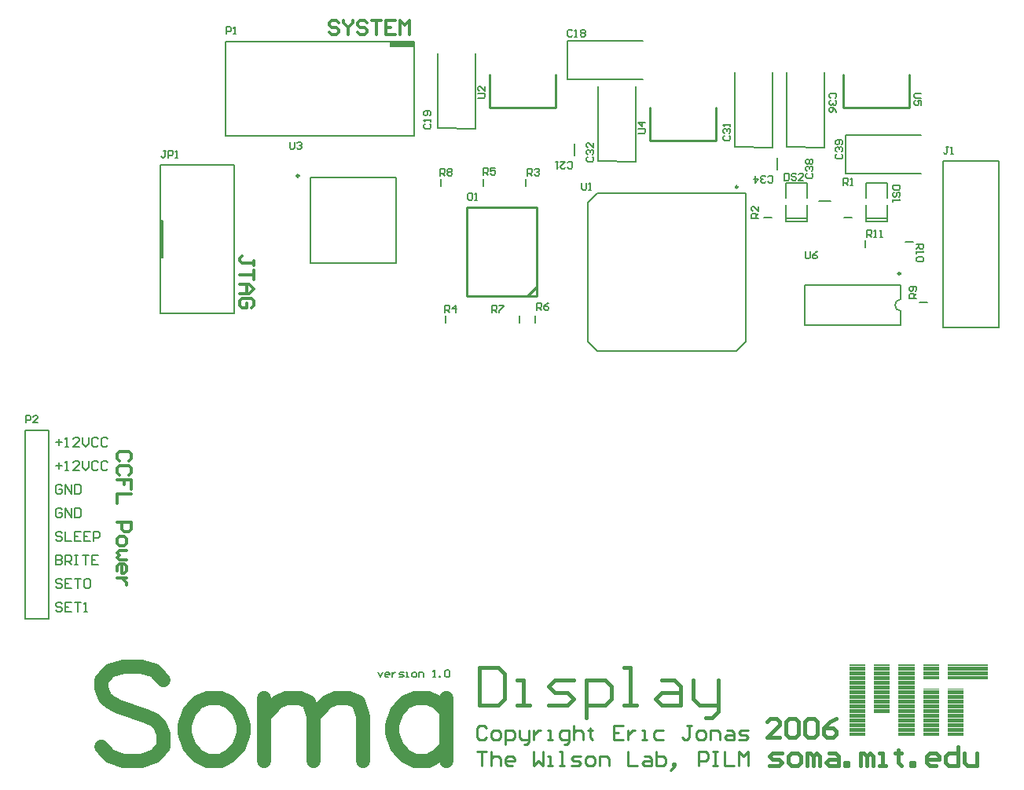
<source format=gto>
%FSLAX24Y24*%
%MOIN*%
G70*
G01*
G75*
G04 Layer_Color=65535*
%ADD10R,0.0394X0.0433*%
%ADD11C,0.0177*%
%ADD12R,0.0748X0.0197*%
%ADD13R,0.0197X0.0748*%
%ADD14R,0.0177X0.0669*%
%ADD15R,0.0177X0.0669*%
%ADD16R,0.0500X0.1449*%
%ADD17R,0.0787X0.0551*%
%ADD18R,0.1083X0.0394*%
%ADD19R,0.0945X0.0354*%
%ADD20R,0.0433X0.0394*%
%ADD21R,0.1024X0.0945*%
%ADD22R,0.0630X0.0709*%
%ADD23R,0.0945X0.1024*%
%ADD24R,0.1000X0.1400*%
%ADD25R,0.0300X0.0600*%
%ADD26R,0.0709X0.0630*%
%ADD27R,0.0630X0.0512*%
%ADD28C,0.0060*%
%ADD29C,0.0120*%
%ADD30C,0.0100*%
%ADD31C,0.0200*%
%ADD32C,0.0110*%
%ADD33C,0.0160*%
%ADD34C,0.0300*%
%ADD35R,0.0591X0.0591*%
%ADD36C,0.0591*%
%ADD37C,0.1339*%
%ADD38C,0.1339*%
%ADD39C,0.0433*%
%ADD40C,0.0669*%
%ADD41C,0.0200*%
%ADD42C,0.0400*%
%ADD43R,0.0276X0.0354*%
%ADD44R,0.0354X0.0276*%
%ADD45R,0.0276X0.0787*%
%ADD46R,0.0512X0.1339*%
%ADD47C,0.0098*%
%ADD48C,0.0079*%
%ADD49C,0.0080*%
%ADD50C,0.0070*%
%ADD51C,0.0040*%
%ADD52C,0.0600*%
%ADD53C,0.0150*%
%ADD54R,0.0098X0.1575*%
D29*
X24800Y49700D02*
Y49900D01*
Y49800D01*
X24300D01*
X24200Y49900D01*
Y50000D01*
X24300Y50100D01*
X24800Y49500D02*
Y49100D01*
Y49300D01*
X24200D01*
Y48900D02*
X24600D01*
X24800Y48700D01*
X24600Y48501D01*
X24200D01*
X24500D01*
Y48900D01*
X24700Y47901D02*
X24800Y48001D01*
Y48201D01*
X24700Y48301D01*
X24300D01*
X24200Y48201D01*
Y48001D01*
X24300Y47901D01*
X24500D01*
Y48101D01*
X28400Y60000D02*
X28300Y60100D01*
X28100D01*
X28000Y60000D01*
Y59900D01*
X28100Y59800D01*
X28300D01*
X28400Y59700D01*
Y59600D01*
X28300Y59500D01*
X28100D01*
X28000Y59600D01*
X28600Y60100D02*
Y60000D01*
X28800Y59800D01*
X29000Y60000D01*
Y60100D01*
X28800Y59800D02*
Y59500D01*
X29599Y60000D02*
X29500Y60100D01*
X29300D01*
X29200Y60000D01*
Y59900D01*
X29300Y59800D01*
X29500D01*
X29599Y59700D01*
Y59600D01*
X29500Y59500D01*
X29300D01*
X29200Y59600D01*
X29799Y60100D02*
X30199D01*
X29999D01*
Y59500D01*
X30799Y60100D02*
X30399D01*
Y59500D01*
X30799D01*
X30399Y59800D02*
X30599D01*
X30999Y59500D02*
Y60100D01*
X31199Y59900D01*
X31399Y60100D01*
Y59500D01*
X19500Y41400D02*
X19600Y41500D01*
Y41700D01*
X19500Y41800D01*
X19100D01*
X19000Y41700D01*
Y41500D01*
X19100Y41400D01*
X19500Y40800D02*
X19600Y40900D01*
Y41100D01*
X19500Y41200D01*
X19100D01*
X19000Y41100D01*
Y40900D01*
X19100Y40800D01*
X19600Y40201D02*
Y40600D01*
X19300D01*
Y40400D01*
Y40600D01*
X19000D01*
X19600Y40001D02*
X19000D01*
Y39601D01*
Y38801D02*
X19600D01*
Y38501D01*
X19500Y38401D01*
X19300D01*
X19200Y38501D01*
Y38801D01*
X19000Y38101D02*
Y37901D01*
X19100Y37801D01*
X19300D01*
X19400Y37901D01*
Y38101D01*
X19300Y38201D01*
X19100D01*
X19000Y38101D01*
X19400Y37601D02*
X19100D01*
X19000Y37501D01*
X19100Y37401D01*
X19000Y37301D01*
X19100Y37201D01*
X19400D01*
X19000Y36702D02*
Y36902D01*
X19100Y37002D01*
X19300D01*
X19400Y36902D01*
Y36702D01*
X19300Y36602D01*
X19200D01*
Y37002D01*
X19400Y36402D02*
X19000D01*
X19200D01*
X19300Y36302D01*
X19400Y36202D01*
Y36102D01*
D30*
X33841Y48397D02*
X36794D01*
Y52137D01*
X33841D02*
X36794D01*
X33841Y48397D02*
Y52137D01*
X36400Y48397D02*
X36794Y48791D01*
X41600Y55000D02*
Y56400D01*
X44400Y55000D02*
Y56400D01*
X41600Y55000D02*
X44400D01*
X49800Y56400D02*
Y57800D01*
X52600Y56400D02*
Y57800D01*
X49800Y56400D02*
X52600D01*
X34800D02*
X37600D01*
Y57800D01*
X34800Y56400D02*
Y57800D01*
X34655Y30049D02*
X34555Y30149D01*
X34355D01*
X34255Y30049D01*
Y29649D01*
X34355Y29549D01*
X34555D01*
X34655Y29649D01*
X34955Y29549D02*
X35155D01*
X35255Y29649D01*
Y29849D01*
X35155Y29949D01*
X34955D01*
X34855Y29849D01*
Y29649D01*
X34955Y29549D01*
X35454Y29350D02*
Y29949D01*
X35754D01*
X35854Y29849D01*
Y29649D01*
X35754Y29549D01*
X35454D01*
X36054Y29949D02*
Y29649D01*
X36154Y29549D01*
X36454D01*
Y29450D01*
X36354Y29350D01*
X36254D01*
X36454Y29549D02*
Y29949D01*
X36654D02*
Y29549D01*
Y29749D01*
X36754Y29849D01*
X36854Y29949D01*
X36954D01*
X37254Y29549D02*
X37454D01*
X37354D01*
Y29949D01*
X37254D01*
X37954Y29350D02*
X38054D01*
X38154Y29450D01*
Y29949D01*
X37854D01*
X37754Y29849D01*
Y29649D01*
X37854Y29549D01*
X38154D01*
X38354Y30149D02*
Y29549D01*
Y29849D01*
X38454Y29949D01*
X38653D01*
X38753Y29849D01*
Y29549D01*
X39053Y30049D02*
Y29949D01*
X38953D01*
X39153D01*
X39053D01*
Y29649D01*
X39153Y29549D01*
X40453Y30149D02*
X40053D01*
Y29549D01*
X40453D01*
X40053Y29849D02*
X40253D01*
X40653Y29949D02*
Y29549D01*
Y29749D01*
X40753Y29849D01*
X40853Y29949D01*
X40953D01*
X41253Y29549D02*
X41453D01*
X41353D01*
Y29949D01*
X41253D01*
X42152D02*
X41852D01*
X41752Y29849D01*
Y29649D01*
X41852Y29549D01*
X42152D01*
X43352Y30149D02*
X43152D01*
X43252D01*
Y29649D01*
X43152Y29549D01*
X43052D01*
X42952Y29649D01*
X43652Y29549D02*
X43852D01*
X43952Y29649D01*
Y29849D01*
X43852Y29949D01*
X43652D01*
X43552Y29849D01*
Y29649D01*
X43652Y29549D01*
X44152D02*
Y29949D01*
X44452D01*
X44552Y29849D01*
Y29549D01*
X44851Y29949D02*
X45051D01*
X45151Y29849D01*
Y29549D01*
X44851D01*
X44751Y29649D01*
X44851Y29749D01*
X45151D01*
X45351Y29549D02*
X45651D01*
X45751Y29649D01*
X45651Y29749D01*
X45451D01*
X45351Y29849D01*
X45451Y29949D01*
X45751D01*
X34255Y29067D02*
X34655D01*
X34455D01*
Y28467D01*
X34855Y29067D02*
Y28467D01*
Y28767D01*
X34955Y28867D01*
X35155D01*
X35255Y28767D01*
Y28467D01*
X35754D02*
X35554D01*
X35454Y28567D01*
Y28767D01*
X35554Y28867D01*
X35754D01*
X35854Y28767D01*
Y28667D01*
X35454D01*
X36654Y29067D02*
Y28467D01*
X36854Y28667D01*
X37054Y28467D01*
Y29067D01*
X37254Y28467D02*
X37454D01*
X37354D01*
Y28867D01*
X37254D01*
X37754Y28467D02*
X37954D01*
X37854D01*
Y29067D01*
X37754D01*
X38254Y28467D02*
X38553D01*
X38653Y28567D01*
X38553Y28667D01*
X38354D01*
X38254Y28767D01*
X38354Y28867D01*
X38653D01*
X38953Y28467D02*
X39153D01*
X39253Y28567D01*
Y28767D01*
X39153Y28867D01*
X38953D01*
X38853Y28767D01*
Y28567D01*
X38953Y28467D01*
X39453D02*
Y28867D01*
X39753D01*
X39853Y28767D01*
Y28467D01*
X40653Y29067D02*
Y28467D01*
X41053D01*
X41353Y28867D02*
X41553D01*
X41652Y28767D01*
Y28467D01*
X41353D01*
X41253Y28567D01*
X41353Y28667D01*
X41652D01*
X41852Y29067D02*
Y28467D01*
X42152D01*
X42252Y28567D01*
Y28667D01*
Y28767D01*
X42152Y28867D01*
X41852D01*
X42552Y28367D02*
X42652Y28467D01*
Y28567D01*
X42552D01*
Y28467D01*
X42652D01*
X42552Y28367D01*
X42452Y28267D01*
X43652Y28467D02*
Y29067D01*
X43952D01*
X44052Y28967D01*
Y28767D01*
X43952Y28667D01*
X43652D01*
X44252Y29067D02*
X44452D01*
X44352D01*
Y28467D01*
X44252D01*
X44452D01*
X44751Y29067D02*
Y28467D01*
X45151D01*
X45351D02*
Y29067D01*
X45551Y28867D01*
X45751Y29067D01*
Y28467D01*
D33*
X34353Y32625D02*
Y31026D01*
X35153D01*
X35420Y31292D01*
Y32359D01*
X35153Y32625D01*
X34353D01*
X35953Y31026D02*
X36486D01*
X36219D01*
Y32092D01*
X35953D01*
X37286Y31026D02*
X38085D01*
X38352Y31292D01*
X38085Y31559D01*
X37552D01*
X37286Y31826D01*
X37552Y32092D01*
X38352D01*
X38885Y30493D02*
Y32092D01*
X39685D01*
X39952Y31826D01*
Y31292D01*
X39685Y31026D01*
X38885D01*
X40485D02*
X41018D01*
X40751D01*
Y32625D01*
X40485D01*
X42084Y32092D02*
X42617D01*
X42884Y31826D01*
Y31026D01*
X42084D01*
X41818Y31292D01*
X42084Y31559D01*
X42884D01*
X43417Y32092D02*
Y31292D01*
X43684Y31026D01*
X44483D01*
Y30759D01*
X44217Y30493D01*
X43950D01*
X44483Y31026D02*
Y32092D01*
D47*
X26707Y53490D02*
G03*
X26707Y53490I-49J0D01*
G01*
X52218Y49339D02*
G03*
X52218Y49339I-49J0D01*
G01*
X45325Y53012D02*
G03*
X45325Y53012I-49J0D01*
G01*
D48*
X52237Y48250D02*
G03*
X52237Y47750I0J-250D01*
G01*
X46443Y51731D02*
X46757D01*
X49843D02*
X50157D01*
X27189Y49789D02*
X30811D01*
X27189Y53411D02*
X30811D01*
X27189Y49789D02*
Y53411D01*
X30811Y49789D02*
Y53411D01*
X52237Y48250D02*
Y48846D01*
Y47154D02*
Y47750D01*
X48163Y47154D02*
Y48846D01*
X52237D01*
X48163Y47154D02*
X52237D01*
X39370Y52756D02*
X45669D01*
X38976Y46457D02*
Y52362D01*
X39370Y46063D02*
X45276D01*
X45669Y46457D02*
Y52756D01*
X38976Y52362D02*
X39370Y52756D01*
X38976Y46457D02*
X39370Y46063D01*
X45276D02*
X45669Y46457D01*
X15100Y34700D02*
X16100D01*
X15100D02*
Y42700D01*
X16100D01*
Y34700D02*
Y42700D01*
X53043Y48131D02*
X53357D01*
X52443Y50669D02*
X52757D01*
X50731Y50443D02*
Y50757D01*
X38398Y54344D02*
Y54856D01*
X36331Y53043D02*
Y53357D01*
X32931Y47243D02*
Y47557D01*
X46998Y53744D02*
Y54256D01*
X48744Y52402D02*
X49256D01*
X36731Y47243D02*
Y47557D01*
X36069Y47243D02*
Y47557D01*
X32731Y53043D02*
Y53357D01*
X47347Y51561D02*
Y52243D01*
X48253Y51561D02*
Y52243D01*
X47347Y51561D02*
X48253D01*
X47347Y53187D02*
X48253D01*
X47347Y52557D02*
Y53187D01*
X48253Y52557D02*
Y53187D01*
X47347Y51699D02*
X48253D01*
X50747Y51561D02*
Y52243D01*
X51653Y51561D02*
Y52243D01*
X50747Y51561D02*
X51653D01*
X50747Y53187D02*
X51653D01*
X50747Y52557D02*
Y53187D01*
X51653Y52557D02*
Y53187D01*
X50747Y51699D02*
X51653D01*
X34531Y53043D02*
Y53357D01*
D49*
X23600Y55200D02*
Y59200D01*
X31600Y55200D02*
Y59200D01*
X23600Y55200D02*
X31600D01*
X23600Y59200D02*
X31600D01*
X30600Y59000D02*
Y59200D01*
Y59000D02*
X31600D01*
X30650Y59050D02*
X31600D01*
X30600Y59100D02*
X31600D01*
X30650Y59150D02*
X31600D01*
X30600Y59100D02*
X30650Y59150D01*
X20825Y50013D02*
X20924Y50111D01*
X20825Y50013D02*
X20924D01*
Y51587D01*
X20825D02*
X20924D01*
X20825D02*
X20924Y51489D01*
X20825Y47650D02*
X23975D01*
Y53950D01*
X20825D02*
X23975D01*
X20825Y47650D02*
Y53950D01*
X38106Y59206D02*
X41296D01*
X38109Y57600D02*
X41300D01*
X38100D02*
X38106Y59206D01*
X32594Y55506D02*
Y58696D01*
X34200Y55509D02*
Y58700D01*
X32594Y55506D02*
X34200Y55500D01*
X45194Y54706D02*
Y57896D01*
X46800Y54709D02*
Y57900D01*
X45194Y54706D02*
X46800Y54700D01*
X39394Y54106D02*
Y57296D01*
X41000Y54109D02*
Y57300D01*
X39394Y54106D02*
X41000Y54100D01*
X49906Y55206D02*
X53096D01*
X49909Y53600D02*
X53100D01*
X49900D02*
X49906Y55206D01*
X47394Y54706D02*
Y57896D01*
X49000Y54709D02*
Y57900D01*
X47394Y54706D02*
X49000Y54700D01*
X16400Y42200D02*
X16667D01*
X16533Y42333D02*
Y42067D01*
X16800Y42000D02*
X16933D01*
X16867D01*
Y42400D01*
X16800Y42333D01*
X17400Y42000D02*
X17133D01*
X17400Y42267D01*
Y42333D01*
X17333Y42400D01*
X17200D01*
X17133Y42333D01*
X17533Y42400D02*
Y42133D01*
X17666Y42000D01*
X17800Y42133D01*
Y42400D01*
X18199Y42333D02*
X18133Y42400D01*
X17999D01*
X17933Y42333D01*
Y42067D01*
X17999Y42000D01*
X18133D01*
X18199Y42067D01*
X18599Y42333D02*
X18533Y42400D01*
X18399D01*
X18333Y42333D01*
Y42067D01*
X18399Y42000D01*
X18533D01*
X18599Y42067D01*
X16667Y35333D02*
X16600Y35400D01*
X16467D01*
X16400Y35333D01*
Y35267D01*
X16467Y35200D01*
X16600D01*
X16667Y35133D01*
Y35067D01*
X16600Y35000D01*
X16467D01*
X16400Y35067D01*
X17066Y35400D02*
X16800D01*
Y35000D01*
X17066D01*
X16800Y35200D02*
X16933D01*
X17200Y35400D02*
X17466D01*
X17333D01*
Y35000D01*
X17600D02*
X17733D01*
X17666D01*
Y35400D01*
X17600Y35333D01*
X16667Y36333D02*
X16600Y36400D01*
X16467D01*
X16400Y36333D01*
Y36267D01*
X16467Y36200D01*
X16600D01*
X16667Y36133D01*
Y36067D01*
X16600Y36000D01*
X16467D01*
X16400Y36067D01*
X17066Y36400D02*
X16800D01*
Y36000D01*
X17066D01*
X16800Y36200D02*
X16933D01*
X17200Y36400D02*
X17466D01*
X17333D01*
Y36000D01*
X17600Y36333D02*
X17666Y36400D01*
X17800D01*
X17866Y36333D01*
Y36067D01*
X17800Y36000D01*
X17666D01*
X17600Y36067D01*
Y36333D01*
X16400Y37400D02*
Y37000D01*
X16600D01*
X16667Y37067D01*
Y37133D01*
X16600Y37200D01*
X16400D01*
X16600D01*
X16667Y37267D01*
Y37333D01*
X16600Y37400D01*
X16400D01*
X16800Y37000D02*
Y37400D01*
X17000D01*
X17066Y37333D01*
Y37200D01*
X17000Y37133D01*
X16800D01*
X16933D02*
X17066Y37000D01*
X17200Y37400D02*
X17333D01*
X17266D01*
Y37000D01*
X17200D01*
X17333D01*
X17533Y37400D02*
X17800D01*
X17666D01*
Y37000D01*
X18199Y37400D02*
X17933D01*
Y37000D01*
X18199D01*
X17933Y37200D02*
X18066D01*
X16667Y38333D02*
X16600Y38400D01*
X16467D01*
X16400Y38333D01*
Y38267D01*
X16467Y38200D01*
X16600D01*
X16667Y38133D01*
Y38067D01*
X16600Y38000D01*
X16467D01*
X16400Y38067D01*
X16800Y38400D02*
Y38000D01*
X17066D01*
X17466Y38400D02*
X17200D01*
Y38000D01*
X17466D01*
X17200Y38200D02*
X17333D01*
X17866Y38400D02*
X17600D01*
Y38000D01*
X17866D01*
X17600Y38200D02*
X17733D01*
X17999Y38000D02*
Y38400D01*
X18199D01*
X18266Y38333D01*
Y38200D01*
X18199Y38133D01*
X17999D01*
X16667Y39333D02*
X16600Y39400D01*
X16467D01*
X16400Y39333D01*
Y39067D01*
X16467Y39000D01*
X16600D01*
X16667Y39067D01*
Y39200D01*
X16533D01*
X16800Y39000D02*
Y39400D01*
X17066Y39000D01*
Y39400D01*
X17200D02*
Y39000D01*
X17400D01*
X17466Y39067D01*
Y39333D01*
X17400Y39400D01*
X17200D01*
X16667Y40333D02*
X16600Y40400D01*
X16467D01*
X16400Y40333D01*
Y40067D01*
X16467Y40000D01*
X16600D01*
X16667Y40067D01*
Y40200D01*
X16533D01*
X16800Y40000D02*
Y40400D01*
X17066Y40000D01*
Y40400D01*
X17200D02*
Y40000D01*
X17400D01*
X17466Y40067D01*
Y40333D01*
X17400Y40400D01*
X17200D01*
X16400Y41200D02*
X16667D01*
X16533Y41333D02*
Y41067D01*
X16800Y41000D02*
X16933D01*
X16867D01*
Y41400D01*
X16800Y41333D01*
X17400Y41000D02*
X17133D01*
X17400Y41267D01*
Y41333D01*
X17333Y41400D01*
X17200D01*
X17133Y41333D01*
X17533Y41400D02*
Y41133D01*
X17666Y41000D01*
X17800Y41133D01*
Y41400D01*
X18199Y41333D02*
X18133Y41400D01*
X17999D01*
X17933Y41333D01*
Y41067D01*
X17999Y41000D01*
X18133D01*
X18199Y41067D01*
X18599Y41333D02*
X18533Y41400D01*
X18399D01*
X18333Y41333D01*
Y41067D01*
X18399Y41000D01*
X18533D01*
X18599Y41067D01*
D50*
X56381Y47035D02*
Y54121D01*
X54019Y47035D02*
X56381D01*
X54019Y54121D02*
X56381D01*
X54019Y47035D02*
Y54121D01*
Y47035D02*
Y54121D01*
X15130Y43010D02*
Y43310D01*
X15280D01*
X15330Y43260D01*
Y43160D01*
X15280Y43110D01*
X15130D01*
X15630Y43010D02*
X15430D01*
X15630Y43210D01*
Y43260D01*
X15580Y43310D01*
X15480D01*
X15430Y43260D01*
X48190Y50280D02*
Y50030D01*
X48240Y49980D01*
X48340D01*
X48390Y50030D01*
Y50280D01*
X48690D02*
X48590Y50230D01*
X48490Y50130D01*
Y50030D01*
X48540Y49980D01*
X48640D01*
X48690Y50030D01*
Y50080D01*
X48640Y50130D01*
X48490D01*
X53100Y57000D02*
X52850D01*
X52800Y56950D01*
Y56850D01*
X52850Y56800D01*
X53100D01*
Y56500D02*
Y56700D01*
X52950D01*
X53000Y56600D01*
Y56550D01*
X52950Y56500D01*
X52850D01*
X52800Y56550D01*
Y56650D01*
X52850Y56700D01*
X41100Y55300D02*
X41350D01*
X41400Y55350D01*
Y55450D01*
X41350Y55500D01*
X41100D01*
X41400Y55750D02*
X41100D01*
X41250Y55600D01*
Y55800D01*
X26310Y54930D02*
Y54680D01*
X26360Y54630D01*
X26460D01*
X26510Y54680D01*
Y54930D01*
X26610Y54880D02*
X26660Y54930D01*
X26760D01*
X26810Y54880D01*
Y54830D01*
X26760Y54780D01*
X26710D01*
X26760D01*
X26810Y54730D01*
Y54680D01*
X26760Y54630D01*
X26660D01*
X26610Y54680D01*
X34300Y56800D02*
X34550D01*
X34600Y56850D01*
Y56950D01*
X34550Y57000D01*
X34300D01*
X34600Y57300D02*
Y57100D01*
X34400Y57300D01*
X34350D01*
X34300Y57250D01*
Y57150D01*
X34350Y57100D01*
X50800Y50900D02*
Y51200D01*
X50950D01*
X51000Y51150D01*
Y51050D01*
X50950Y51000D01*
X50800D01*
X50900D02*
X51000Y50900D01*
X51100D02*
X51200D01*
X51150D01*
Y51200D01*
X51100Y51150D01*
X51350Y50900D02*
X51450D01*
X51400D01*
Y51200D01*
X51350Y51150D01*
X52900Y50600D02*
X53200D01*
Y50450D01*
X53150Y50400D01*
X53050D01*
X53000Y50450D01*
Y50600D01*
Y50500D02*
X52900Y50400D01*
Y50300D02*
Y50200D01*
Y50250D01*
X53200D01*
X53150Y50300D01*
Y50050D02*
X53200Y50000D01*
Y49900D01*
X53150Y49850D01*
X52950D01*
X52900Y49900D01*
Y50000D01*
X52950Y50050D01*
X53150D01*
X52900Y48300D02*
X52600D01*
Y48450D01*
X52650Y48500D01*
X52750D01*
X52800Y48450D01*
Y48300D01*
Y48400D02*
X52900Y48500D01*
X52850Y48600D02*
X52900Y48650D01*
Y48750D01*
X52850Y48800D01*
X52650D01*
X52600Y48750D01*
Y48650D01*
X52650Y48600D01*
X52700D01*
X52750Y48650D01*
Y48800D01*
X32700Y53500D02*
Y53800D01*
X32850D01*
X32900Y53750D01*
Y53650D01*
X32850Y53600D01*
X32700D01*
X32800D02*
X32900Y53500D01*
X33000Y53750D02*
X33050Y53800D01*
X33150D01*
X33200Y53750D01*
Y53700D01*
X33150Y53650D01*
X33200Y53600D01*
Y53550D01*
X33150Y53500D01*
X33050D01*
X33000Y53550D01*
Y53600D01*
X33050Y53650D01*
X33000Y53700D01*
Y53750D01*
X33050Y53650D02*
X33150D01*
X34900Y47700D02*
Y48000D01*
X35050D01*
X35100Y47950D01*
Y47850D01*
X35050Y47800D01*
X34900D01*
X35000D02*
X35100Y47700D01*
X35200Y48000D02*
X35400D01*
Y47950D01*
X35200Y47750D01*
Y47700D01*
X36800Y47800D02*
Y48100D01*
X36950D01*
X37000Y48050D01*
Y47950D01*
X36950Y47900D01*
X36800D01*
X36900D02*
X37000Y47800D01*
X37300Y48100D02*
X37200Y48050D01*
X37100Y47950D01*
Y47850D01*
X37150Y47800D01*
X37250D01*
X37300Y47850D01*
Y47900D01*
X37250Y47950D01*
X37100D01*
X34537Y53528D02*
Y53828D01*
X34687D01*
X34737Y53778D01*
Y53678D01*
X34687Y53628D01*
X34537D01*
X34637D02*
X34737Y53528D01*
X35037Y53828D02*
X34837D01*
Y53678D01*
X34937Y53728D01*
X34987D01*
X35037Y53678D01*
Y53578D01*
X34987Y53528D01*
X34887D01*
X34837Y53578D01*
X32900Y47700D02*
Y48000D01*
X33050D01*
X33100Y47950D01*
Y47850D01*
X33050Y47800D01*
X32900D01*
X33000D02*
X33100Y47700D01*
X33350D02*
Y48000D01*
X33200Y47850D01*
X33400D01*
X36400Y53500D02*
Y53800D01*
X36550D01*
X36600Y53750D01*
Y53650D01*
X36550Y53600D01*
X36400D01*
X36500D02*
X36600Y53500D01*
X36700Y53750D02*
X36750Y53800D01*
X36850D01*
X36900Y53750D01*
Y53700D01*
X36850Y53650D01*
X36800D01*
X36850D01*
X36900Y53600D01*
Y53550D01*
X36850Y53500D01*
X36750D01*
X36700Y53550D01*
X23630Y59510D02*
Y59810D01*
X23780D01*
X23830Y59760D01*
Y59660D01*
X23780Y59610D01*
X23630D01*
X23930Y59510D02*
X24030D01*
X23980D01*
Y59810D01*
X23930Y59760D01*
X34010Y52760D02*
X33910D01*
X33860Y52710D01*
Y52510D01*
X33910Y52460D01*
X34010D01*
X34060Y52510D01*
Y52710D01*
X34010Y52760D01*
X34160Y52460D02*
X34260D01*
X34210D01*
Y52760D01*
X34160Y52710D01*
X21060Y54560D02*
X20960D01*
X21010D01*
Y54310D01*
X20960Y54260D01*
X20910D01*
X20860Y54310D01*
X21160Y54260D02*
Y54560D01*
X21310D01*
X21360Y54510D01*
Y54410D01*
X21310Y54360D01*
X21160D01*
X21460Y54260D02*
X21560D01*
X21510D01*
Y54560D01*
X21460Y54510D01*
X54250Y54730D02*
X54150D01*
X54200D01*
Y54480D01*
X54150Y54430D01*
X54100D01*
X54050Y54480D01*
X54350Y54430D02*
X54450D01*
X54400D01*
Y54730D01*
X54350Y54680D01*
X49518Y54413D02*
X49468Y54363D01*
Y54263D01*
X49518Y54213D01*
X49718D01*
X49768Y54263D01*
Y54363D01*
X49718Y54413D01*
X49518Y54513D02*
X49468Y54563D01*
Y54663D01*
X49518Y54713D01*
X49568D01*
X49618Y54663D01*
Y54613D01*
Y54663D01*
X49668Y54713D01*
X49718D01*
X49768Y54663D01*
Y54563D01*
X49718Y54513D01*
Y54813D02*
X49768Y54863D01*
Y54963D01*
X49718Y55013D01*
X49518D01*
X49468Y54963D01*
Y54863D01*
X49518Y54813D01*
X49568D01*
X49618Y54863D01*
Y55013D01*
X48250Y53600D02*
X48200Y53550D01*
Y53450D01*
X48250Y53400D01*
X48450D01*
X48500Y53450D01*
Y53550D01*
X48450Y53600D01*
X48250Y53700D02*
X48200Y53750D01*
Y53850D01*
X48250Y53900D01*
X48300D01*
X48350Y53850D01*
Y53800D01*
Y53850D01*
X48400Y53900D01*
X48450D01*
X48500Y53850D01*
Y53750D01*
X48450Y53700D01*
X48250Y54000D02*
X48200Y54050D01*
Y54150D01*
X48250Y54200D01*
X48300D01*
X48350Y54150D01*
X48400Y54200D01*
X48450D01*
X48500Y54150D01*
Y54050D01*
X48450Y54000D01*
X48400D01*
X48350Y54050D01*
X48300Y54000D01*
X48250D01*
X48350Y54050D02*
Y54150D01*
X49450Y56800D02*
X49500Y56850D01*
Y56950D01*
X49450Y57000D01*
X49250D01*
X49200Y56950D01*
Y56850D01*
X49250Y56800D01*
X49450Y56700D02*
X49500Y56650D01*
Y56550D01*
X49450Y56500D01*
X49400D01*
X49350Y56550D01*
Y56600D01*
Y56550D01*
X49300Y56500D01*
X49250D01*
X49200Y56550D01*
Y56650D01*
X49250Y56700D01*
X49500Y56200D02*
X49450Y56300D01*
X49350Y56400D01*
X49250D01*
X49200Y56350D01*
Y56250D01*
X49250Y56200D01*
X49300D01*
X49350Y56250D01*
Y56400D01*
X46600Y53250D02*
X46650Y53200D01*
X46750D01*
X46800Y53250D01*
Y53450D01*
X46750Y53500D01*
X46650D01*
X46600Y53450D01*
X46500Y53250D02*
X46450Y53200D01*
X46350D01*
X46300Y53250D01*
Y53300D01*
X46350Y53350D01*
X46400D01*
X46350D01*
X46300Y53400D01*
Y53450D01*
X46350Y53500D01*
X46450D01*
X46500Y53450D01*
X46050Y53500D02*
Y53200D01*
X46200Y53350D01*
X46000D01*
X38950Y54300D02*
X38900Y54250D01*
Y54150D01*
X38950Y54100D01*
X39150D01*
X39200Y54150D01*
Y54250D01*
X39150Y54300D01*
X38950Y54400D02*
X38900Y54450D01*
Y54550D01*
X38950Y54600D01*
X39000D01*
X39050Y54550D01*
Y54500D01*
Y54550D01*
X39100Y54600D01*
X39150D01*
X39200Y54550D01*
Y54450D01*
X39150Y54400D01*
X39200Y54900D02*
Y54700D01*
X39000Y54900D01*
X38950D01*
X38900Y54850D01*
Y54750D01*
X38950Y54700D01*
X44750Y55200D02*
X44700Y55150D01*
Y55050D01*
X44750Y55000D01*
X44950D01*
X45000Y55050D01*
Y55150D01*
X44950Y55200D01*
X44750Y55300D02*
X44700Y55350D01*
Y55450D01*
X44750Y55500D01*
X44800D01*
X44850Y55450D01*
Y55400D01*
Y55450D01*
X44900Y55500D01*
X44950D01*
X45000Y55450D01*
Y55350D01*
X44950Y55300D01*
X45000Y55600D02*
Y55700D01*
Y55650D01*
X44700D01*
X44750Y55600D01*
X38100Y53850D02*
X38150Y53800D01*
X38250D01*
X38300Y53850D01*
Y54050D01*
X38250Y54100D01*
X38150D01*
X38100Y54050D01*
X37800Y54100D02*
X38000D01*
X37800Y53900D01*
Y53850D01*
X37850Y53800D01*
X37950D01*
X38000Y53850D01*
X37700Y54100D02*
X37600D01*
X37650D01*
Y53800D01*
X37700Y53850D01*
X32050Y55700D02*
X32000Y55650D01*
Y55550D01*
X32050Y55500D01*
X32250D01*
X32300Y55550D01*
Y55650D01*
X32250Y55700D01*
X32300Y55800D02*
Y55900D01*
Y55850D01*
X32000D01*
X32050Y55800D01*
X32250Y56050D02*
X32300Y56100D01*
Y56200D01*
X32250Y56250D01*
X32050D01*
X32000Y56200D01*
Y56100D01*
X32050Y56050D01*
X32100D01*
X32150Y56100D01*
Y56250D01*
X38300Y59650D02*
X38250Y59700D01*
X38150D01*
X38100Y59650D01*
Y59450D01*
X38150Y59400D01*
X38250D01*
X38300Y59450D01*
X38400Y59400D02*
X38500D01*
X38450D01*
Y59700D01*
X38400Y59650D01*
X38650D02*
X38700Y59700D01*
X38800D01*
X38850Y59650D01*
Y59600D01*
X38800Y59550D01*
X38850Y59500D01*
Y59450D01*
X38800Y59400D01*
X38700D01*
X38650Y59450D01*
Y59500D01*
X38700Y59550D01*
X38650Y59600D01*
Y59650D01*
X38700Y59550D02*
X38800D01*
X38700Y53200D02*
Y52950D01*
X38750Y52900D01*
X38850D01*
X38900Y52950D01*
Y53200D01*
X39000Y52900D02*
X39100D01*
X39050D01*
Y53200D01*
X39000Y53150D01*
X46200Y51700D02*
X45900D01*
Y51850D01*
X45950Y51900D01*
X46050D01*
X46100Y51850D01*
Y51700D01*
Y51800D02*
X46200Y51900D01*
Y52200D02*
Y52000D01*
X46000Y52200D01*
X45950D01*
X45900Y52150D01*
Y52050D01*
X45950Y52000D01*
X49800Y53100D02*
Y53400D01*
X49950D01*
X50000Y53350D01*
Y53250D01*
X49950Y53200D01*
X49800D01*
X49900D02*
X50000Y53100D01*
X50100D02*
X50200D01*
X50150D01*
Y53400D01*
X50100Y53350D01*
X47300Y53600D02*
Y53300D01*
X47450D01*
X47500Y53350D01*
Y53550D01*
X47450Y53600D01*
X47300D01*
X47800Y53550D02*
X47750Y53600D01*
X47650D01*
X47600Y53550D01*
Y53500D01*
X47650Y53450D01*
X47750D01*
X47800Y53400D01*
Y53350D01*
X47750Y53300D01*
X47650D01*
X47600Y53350D01*
X48100Y53300D02*
X47900D01*
X48100Y53500D01*
Y53550D01*
X48050Y53600D01*
X47950D01*
X47900Y53550D01*
X52200Y53100D02*
X51900D01*
Y52950D01*
X51950Y52900D01*
X52150D01*
X52200Y52950D01*
Y53100D01*
X52150Y52600D02*
X52200Y52650D01*
Y52750D01*
X52150Y52800D01*
X52100D01*
X52050Y52750D01*
Y52650D01*
X52000Y52600D01*
X51950D01*
X51900Y52650D01*
Y52750D01*
X51950Y52800D01*
X51900Y52500D02*
Y52400D01*
Y52450D01*
X52200D01*
X52150Y52500D01*
X30055Y32410D02*
X30155Y32210D01*
X30255Y32410D01*
X30505Y32210D02*
X30405D01*
X30355Y32260D01*
Y32360D01*
X30405Y32410D01*
X30505D01*
X30555Y32360D01*
Y32310D01*
X30355D01*
X30655Y32410D02*
Y32210D01*
Y32310D01*
X30705Y32360D01*
X30755Y32410D01*
X30805D01*
X30955Y32210D02*
X31105D01*
X31155Y32260D01*
X31105Y32310D01*
X31005D01*
X30955Y32360D01*
X31005Y32410D01*
X31155D01*
X31254Y32210D02*
X31354D01*
X31304D01*
Y32410D01*
X31254D01*
X31554Y32210D02*
X31654D01*
X31704Y32260D01*
Y32360D01*
X31654Y32410D01*
X31554D01*
X31504Y32360D01*
Y32260D01*
X31554Y32210D01*
X31804D02*
Y32410D01*
X31954D01*
X32004Y32360D01*
Y32210D01*
X32404D02*
X32504D01*
X32454D01*
Y32510D01*
X32404Y32460D01*
X32654Y32210D02*
Y32260D01*
X32704D01*
Y32210D01*
X32654D01*
X32904Y32460D02*
X32954Y32510D01*
X33054D01*
X33104Y32460D01*
Y32260D01*
X33054Y32210D01*
X32954D01*
X32904Y32260D01*
Y32460D01*
D51*
X54217Y29746D02*
X54857D01*
X53177D02*
X53817D01*
X52137D02*
X52777D01*
X50057D02*
X50697D01*
X54217Y29786D02*
X54857D01*
X53177D02*
X53817D01*
X52137D02*
X52777D01*
X50057D02*
X50697D01*
X54217Y29826D02*
X54857D01*
X53177D02*
X53817D01*
X52137D02*
X52777D01*
X50057D02*
X50697D01*
X54217Y29866D02*
X54857D01*
X53177D02*
X53817D01*
X52137D02*
X52777D01*
X50057D02*
X50697D01*
X54217Y29906D02*
X54857D01*
X53177D02*
X53817D01*
X52137D02*
X52777D01*
X50057D02*
X50697D01*
X54217Y29946D02*
X54857D01*
X53177D02*
X53817D01*
X52137D02*
X52777D01*
X50057D02*
X50697D01*
X54217Y29986D02*
X54857D01*
X53177D02*
X53817D01*
X52137D02*
X52777D01*
X50057D02*
X50697D01*
X54217Y30026D02*
X54857D01*
X53177D02*
X53817D01*
X52137D02*
X52777D01*
X50057D02*
X50697D01*
X54217Y30066D02*
X54857D01*
X53177D02*
X53817D01*
X52137D02*
X52777D01*
X50057D02*
X50697D01*
X54217Y30106D02*
X54857D01*
X53177D02*
X53817D01*
X52137D02*
X52777D01*
X50057D02*
X50697D01*
X54217Y30146D02*
X54857D01*
X53177D02*
X53817D01*
X52137D02*
X52777D01*
X50057D02*
X50697D01*
X54217Y30186D02*
X54857D01*
X53177D02*
X53817D01*
X52137D02*
X52777D01*
X50057D02*
X50697D01*
X54217Y30226D02*
X54857D01*
X53177D02*
X53817D01*
X52137D02*
X52777D01*
X50057D02*
X50697D01*
X54217Y30266D02*
X54857D01*
X53177D02*
X53817D01*
X52137D02*
X52777D01*
X50057D02*
X50697D01*
X54217Y30306D02*
X54857D01*
X53177D02*
X53817D01*
X52137D02*
X52777D01*
X50057D02*
X50697D01*
X54217Y30346D02*
X54857D01*
X53177D02*
X53817D01*
X52137D02*
X52777D01*
X50057D02*
X50697D01*
X54217Y30386D02*
X54857D01*
X53177D02*
X53817D01*
X52137D02*
X52777D01*
X50057D02*
X50697D01*
X54217Y30426D02*
X54857D01*
X53177D02*
X53817D01*
X52137D02*
X52777D01*
X50057D02*
X50697D01*
X54217Y30466D02*
X54857D01*
X53177D02*
X53817D01*
X52137D02*
X52777D01*
X50057D02*
X50697D01*
X54217Y30506D02*
X54857D01*
X53177D02*
X53817D01*
X52137D02*
X52777D01*
X50057D02*
X50697D01*
X54217Y30546D02*
X54857D01*
X53177D02*
X53817D01*
X52137D02*
X52777D01*
X50057D02*
X50697D01*
X54217Y30586D02*
X54857D01*
X53177D02*
X53817D01*
X52137D02*
X52777D01*
X50057D02*
X50697D01*
X54217Y30626D02*
X54857D01*
X53177D02*
X53817D01*
X52137D02*
X52777D01*
X50057D02*
X50697D01*
X54217Y30666D02*
X54857D01*
X53177D02*
X53817D01*
X52137D02*
X52777D01*
X50057D02*
X50697D01*
X54217Y30706D02*
X54857D01*
X53177D02*
X53817D01*
X52137D02*
X52777D01*
X51097D02*
X51737D01*
X50057D02*
X50697D01*
X54217Y30746D02*
X54857D01*
X53177D02*
X53817D01*
X52137D02*
X52777D01*
X51097D02*
X51737D01*
X50057D02*
X50697D01*
X54217Y30786D02*
X54857D01*
X53177D02*
X53817D01*
X52137D02*
X52777D01*
X51097D02*
X51737D01*
X50057D02*
X50697D01*
X54217Y30826D02*
X54857D01*
X53177D02*
X53817D01*
X52137D02*
X52777D01*
X51097D02*
X51737D01*
X50057D02*
X50697D01*
X54217Y30866D02*
X54857D01*
X53177D02*
X53817D01*
X52137D02*
X52777D01*
X51097D02*
X51737D01*
X50057D02*
X50697D01*
X54217Y30906D02*
X54857D01*
X53177D02*
X53817D01*
X52137D02*
X52777D01*
X51097D02*
X51737D01*
X50057D02*
X50697D01*
X54217Y30946D02*
X54857D01*
X53177D02*
X53817D01*
X52137D02*
X52777D01*
X51097D02*
X51737D01*
X50057D02*
X50697D01*
X54217Y30986D02*
X54857D01*
X53177D02*
X53817D01*
X52137D02*
X52777D01*
X51097D02*
X51737D01*
X50057D02*
X50697D01*
X54217Y31026D02*
X54857D01*
X53177D02*
X53817D01*
X52137D02*
X52777D01*
X51097D02*
X51737D01*
X50057D02*
X50697D01*
X54217Y31066D02*
X54857D01*
X53177D02*
X53817D01*
X52137D02*
X52777D01*
X51097D02*
X51737D01*
X50057D02*
X50697D01*
X54217Y31106D02*
X54857D01*
X53177D02*
X53817D01*
X52137D02*
X52777D01*
X51097D02*
X51737D01*
X50057D02*
X50697D01*
X54217Y31146D02*
X54857D01*
X53177D02*
X53817D01*
X52137D02*
X52777D01*
X51097D02*
X51737D01*
X50057D02*
X50697D01*
X54217Y31186D02*
X54857D01*
X53177D02*
X53817D01*
X52137D02*
X52777D01*
X51097D02*
X51737D01*
X50057D02*
X50697D01*
X54217Y31226D02*
X54857D01*
X53177D02*
X53817D01*
X52137D02*
X52777D01*
X51097D02*
X51737D01*
X50057D02*
X50697D01*
X54217Y31266D02*
X54857D01*
X53177D02*
X53817D01*
X52137D02*
X52777D01*
X51097D02*
X51737D01*
X50057D02*
X50697D01*
X54217Y31306D02*
X54857D01*
X53177D02*
X53817D01*
X52137D02*
X52777D01*
X51097D02*
X51737D01*
X50057D02*
X50697D01*
X54217Y31346D02*
X54857D01*
X53177D02*
X53817D01*
X52137D02*
X52777D01*
X51097D02*
X51737D01*
X50057D02*
X50697D01*
X54217Y31386D02*
X54857D01*
X53177D02*
X53817D01*
X52137D02*
X52777D01*
X51097D02*
X51737D01*
X50057D02*
X50697D01*
X54217Y31426D02*
X54857D01*
X53177D02*
X53817D01*
X52137D02*
X52777D01*
X51097D02*
X51737D01*
X50057D02*
X50697D01*
X54217Y31466D02*
X54857D01*
X53177D02*
X53817D01*
X52137D02*
X52777D01*
X51097D02*
X51737D01*
X50057D02*
X50697D01*
X54217Y31506D02*
X54857D01*
X53177D02*
X53817D01*
X52137D02*
X52777D01*
X51097D02*
X51737D01*
X50057D02*
X50697D01*
X54217Y31546D02*
X54857D01*
X53177D02*
X53817D01*
X52137D02*
X52777D01*
X51097D02*
X51737D01*
X50057D02*
X50697D01*
X54217Y31586D02*
X54857D01*
X53177D02*
X53817D01*
X52137D02*
X52777D01*
X51097D02*
X51737D01*
X50057D02*
X50697D01*
X54217Y31626D02*
X54857D01*
X53177D02*
X53817D01*
X52137D02*
X52777D01*
X51097D02*
X51737D01*
X50057D02*
X50697D01*
X54217Y31666D02*
X54857D01*
X53177D02*
X53817D01*
X52137D02*
X52777D01*
X51097D02*
X51737D01*
X50057D02*
X50697D01*
X54217Y31706D02*
X54857D01*
X53177D02*
X53817D01*
X52137D02*
X52777D01*
X51097D02*
X51737D01*
X50057D02*
X50697D01*
X52137Y31746D02*
X52777D01*
X51097D02*
X51737D01*
X50057D02*
X50697D01*
X52137Y31786D02*
X52777D01*
X51097D02*
X51737D01*
X50057D02*
X50697D01*
X52137Y31826D02*
X52777D01*
X51097D02*
X51737D01*
X50057D02*
X50697D01*
X52137Y31866D02*
X52777D01*
X51097D02*
X51737D01*
X50057D02*
X50697D01*
X52137Y31906D02*
X52777D01*
X51097D02*
X51737D01*
X50057D02*
X50697D01*
X52137Y31946D02*
X52777D01*
X51097D02*
X51737D01*
X50057D02*
X50697D01*
X52137Y31986D02*
X52777D01*
X51097D02*
X51737D01*
X50057D02*
X50697D01*
X52137Y32026D02*
X52777D01*
X51097D02*
X51737D01*
X50057D02*
X50697D01*
X52137Y32066D02*
X52777D01*
X51097D02*
X51737D01*
X50057D02*
X50697D01*
X52137Y32106D02*
X52777D01*
X51097D02*
X51737D01*
X50057D02*
X50697D01*
X54217Y32146D02*
X55897D01*
X53177D02*
X53817D01*
X52137D02*
X52777D01*
X51097D02*
X51737D01*
X50057D02*
X50697D01*
X54217Y32186D02*
X55897D01*
X53177D02*
X53817D01*
X52137D02*
X52777D01*
X51097D02*
X51737D01*
X50057D02*
X50697D01*
X54217Y32226D02*
X55897D01*
X53177D02*
X53817D01*
X52137D02*
X52777D01*
X51097D02*
X51737D01*
X50057D02*
X50697D01*
X54217Y32266D02*
X55897D01*
X53177D02*
X53817D01*
X52137D02*
X52777D01*
X51097D02*
X51737D01*
X50057D02*
X50697D01*
X54217Y32306D02*
X55897D01*
X53177D02*
X53817D01*
X52137D02*
X52777D01*
X51097D02*
X51737D01*
X50057D02*
X50697D01*
X54217Y32346D02*
X55897D01*
X53177D02*
X53817D01*
X52137D02*
X52777D01*
X51097D02*
X51737D01*
X50057D02*
X50697D01*
X54217Y32386D02*
X55897D01*
X53177D02*
X53817D01*
X52137D02*
X52777D01*
X51097D02*
X51737D01*
X50057D02*
X50697D01*
X54217Y32426D02*
X55897D01*
X53177D02*
X53817D01*
X52137D02*
X52777D01*
X51097D02*
X51737D01*
X50057D02*
X50697D01*
X54217Y32466D02*
X55897D01*
X53177D02*
X53817D01*
X52137D02*
X52777D01*
X51097D02*
X51737D01*
X50057D02*
X50697D01*
X54217Y32506D02*
X55897D01*
X53177D02*
X53817D01*
X52137D02*
X52777D01*
X51097D02*
X51737D01*
X50057D02*
X50697D01*
X54217Y32546D02*
X55897D01*
X53177D02*
X53817D01*
X52137D02*
X52777D01*
X51097D02*
X51737D01*
X50057D02*
X50697D01*
X54217Y32586D02*
X55897D01*
X53177D02*
X53817D01*
X52137D02*
X52777D01*
X51097D02*
X51737D01*
X50057D02*
X50697D01*
X54217Y32626D02*
X55897D01*
X53177D02*
X53817D01*
X52137D02*
X52777D01*
X51097D02*
X51737D01*
X50057D02*
X50697D01*
X54217Y32666D02*
X55897D01*
X53177D02*
X53817D01*
X52137D02*
X52777D01*
X51097D02*
X51737D01*
X50057D02*
X50697D01*
X54217Y32706D02*
X55897D01*
X53177D02*
X53817D01*
X52137D02*
X52777D01*
X51097D02*
X51737D01*
X50057D02*
X50697D01*
X54217Y32746D02*
X55897D01*
X53177D02*
X53817D01*
X52137D02*
X52777D01*
X51097D02*
X51737D01*
X50057D02*
X50697D01*
D52*
X20976Y32091D02*
X20595Y32472D01*
X20024Y32663D01*
X19262D01*
X18691Y32472D01*
X18310Y32091D01*
Y31711D01*
X18500Y31330D01*
X18691Y31139D01*
X19072Y30949D01*
X20214Y30568D01*
X20595Y30378D01*
X20786Y30187D01*
X20976Y29806D01*
Y29235D01*
X20595Y28854D01*
X20024Y28664D01*
X19262D01*
X18691Y28854D01*
X18310Y29235D01*
X22823Y31330D02*
X22442Y31139D01*
X22062Y30758D01*
X21871Y30187D01*
Y29806D01*
X22062Y29235D01*
X22442Y28854D01*
X22823Y28664D01*
X23395D01*
X23775Y28854D01*
X24156Y29235D01*
X24347Y29806D01*
Y30187D01*
X24156Y30758D01*
X23775Y31139D01*
X23395Y31330D01*
X22823D01*
X25223D02*
Y28664D01*
Y30568D02*
X25794Y31139D01*
X26175Y31330D01*
X26746D01*
X27127Y31139D01*
X27318Y30568D01*
Y28664D01*
Y30568D02*
X27889Y31139D01*
X28270Y31330D01*
X28841D01*
X29222Y31139D01*
X29412Y30568D01*
Y28664D01*
X32954Y31330D02*
Y28664D01*
Y30758D02*
X32574Y31139D01*
X32193Y31330D01*
X31621D01*
X31241Y31139D01*
X30860Y30758D01*
X30669Y30187D01*
Y29806D01*
X30860Y29235D01*
X31241Y28854D01*
X31621Y28664D01*
X32193D01*
X32574Y28854D01*
X32954Y29235D01*
D53*
X47091Y29648D02*
X46558D01*
X47091Y30181D01*
Y30314D01*
X46958Y30448D01*
X46691D01*
X46558Y30314D01*
X47358D02*
X47491Y30448D01*
X47758D01*
X47891Y30314D01*
Y29781D01*
X47758Y29648D01*
X47491D01*
X47358Y29781D01*
Y30314D01*
X48158D02*
X48291Y30448D01*
X48557D01*
X48691Y30314D01*
Y29781D01*
X48557Y29648D01*
X48291D01*
X48158Y29781D01*
Y30314D01*
X49490Y30448D02*
X49224Y30314D01*
X48957Y30048D01*
Y29781D01*
X49091Y29648D01*
X49357D01*
X49490Y29781D01*
Y29914D01*
X49357Y30048D01*
X48957D01*
X46656Y28467D02*
X47056D01*
X47190Y28600D01*
X47056Y28733D01*
X46790D01*
X46656Y28867D01*
X46790Y29000D01*
X47190D01*
X47589Y28467D02*
X47856D01*
X47989Y28600D01*
Y28867D01*
X47856Y29000D01*
X47589D01*
X47456Y28867D01*
Y28600D01*
X47589Y28467D01*
X48256D02*
Y29000D01*
X48389D01*
X48523Y28867D01*
Y28467D01*
Y28867D01*
X48656Y29000D01*
X48789Y28867D01*
Y28467D01*
X49189Y29000D02*
X49456D01*
X49589Y28867D01*
Y28467D01*
X49189D01*
X49056Y28600D01*
X49189Y28733D01*
X49589D01*
X49855Y28467D02*
Y28600D01*
X49989D01*
Y28467D01*
X49855D01*
X50522D02*
Y29000D01*
X50655D01*
X50788Y28867D01*
Y28467D01*
Y28867D01*
X50922Y29000D01*
X51055Y28867D01*
Y28467D01*
X51322D02*
X51588D01*
X51455D01*
Y29000D01*
X51322D01*
X52121Y29133D02*
Y29000D01*
X51988D01*
X52255D01*
X52121D01*
Y28600D01*
X52255Y28467D01*
X52655D02*
Y28600D01*
X52788D01*
Y28467D01*
X52655D01*
X53721D02*
X53454D01*
X53321Y28600D01*
Y28867D01*
X53454Y29000D01*
X53721D01*
X53854Y28867D01*
Y28733D01*
X53321D01*
X54654Y29267D02*
Y28467D01*
X54254D01*
X54121Y28600D01*
Y28867D01*
X54254Y29000D01*
X54654D01*
X54920D02*
Y28600D01*
X55054Y28467D01*
X55454D01*
Y29000D01*
D54*
X20874Y50800D02*
D03*
M02*

</source>
